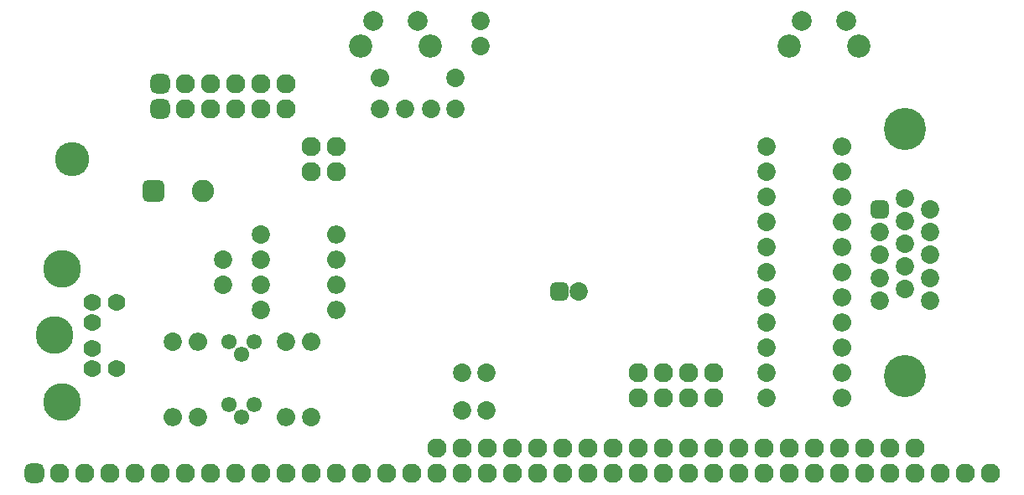
<source format=gbr>
%TF.GenerationSoftware,KiCad,Pcbnew,(7.0.0)*%
%TF.CreationDate,2024-06-02T18:05:15+02:00*%
%TF.ProjectId,rc-fabgl,72632d66-6162-4676-9c2e-6b696361645f,rev?*%
%TF.SameCoordinates,PX9157080PY9071968*%
%TF.FileFunction,Soldermask,Bot*%
%TF.FilePolarity,Negative*%
%FSLAX46Y46*%
G04 Gerber Fmt 4.6, Leading zero omitted, Abs format (unit mm)*
G04 Created by KiCad (PCBNEW (7.0.0)) date 2024-06-02 18:05:15*
%MOMM*%
%LPD*%
G01*
G04 APERTURE LIST*
G04 Aperture macros list*
%AMRoundRect*
0 Rectangle with rounded corners*
0 $1 Rounding radius*
0 $2 $3 $4 $5 $6 $7 $8 $9 X,Y pos of 4 corners*
0 Add a 4 corners polygon primitive as box body*
4,1,4,$2,$3,$4,$5,$6,$7,$8,$9,$2,$3,0*
0 Add four circle primitives for the rounded corners*
1,1,$1+$1,$2,$3*
1,1,$1+$1,$4,$5*
1,1,$1+$1,$6,$7*
1,1,$1+$1,$8,$9*
0 Add four rect primitives between the rounded corners*
20,1,$1+$1,$2,$3,$4,$5,0*
20,1,$1+$1,$4,$5,$6,$7,0*
20,1,$1+$1,$6,$7,$8,$9,0*
20,1,$1+$1,$8,$9,$2,$3,0*%
G04 Aperture macros list end*
%ADD10C,3.808999*%
%ADD11C,1.763000*%
%ADD12O,1.854000X1.854000*%
%ADD13C,1.854000*%
%ADD14O,1.954000X1.954000*%
%ADD15RoundRect,0.552000X0.425000X-0.425000X0.425000X0.425000X-0.425000X0.425000X-0.425000X-0.425000X0*%
%ADD16C,4.254000*%
%ADD17RoundRect,0.527000X0.400000X-0.400000X0.400000X0.400000X-0.400000X0.400000X-0.400000X-0.400000X0*%
%ADD18C,1.554000*%
%ADD19C,1.954000*%
%ADD20RoundRect,0.527000X-0.400000X-0.400000X0.400000X-0.400000X0.400000X0.400000X-0.400000X0.400000X0*%
%ADD21C,2.254000*%
%ADD22RoundRect,0.627000X-0.500000X-0.500000X0.500000X-0.500000X0.500000X0.500000X-0.500000X0.500000X0*%
%ADD23C,2.354000*%
%ADD24C,2.004000*%
%ADD25C,3.454000*%
G04 APERTURE END LIST*
D10*
%TO.C,J4*%
X4112000Y22330200D03*
X4112000Y8810200D03*
X3302000Y15570200D03*
D11*
X9602000Y12220200D03*
X9602000Y18920200D03*
X7112000Y12220200D03*
X7112000Y18920200D03*
X7112000Y14270200D03*
X7112000Y16870200D03*
%TD*%
D12*
%TO.C,R3*%
X31749999Y23190199D03*
D13*
X24130000Y23190200D03*
%TD*%
%TO.C,C7*%
X20320000Y23190200D03*
X20320000Y20690200D03*
%TD*%
D14*
%TO.C,J3*%
X26669999Y40970199D03*
X26669999Y38430199D03*
X24129999Y40970199D03*
X24129999Y38430199D03*
X21589999Y40970199D03*
X21589999Y38430199D03*
X19049999Y40970199D03*
X19049999Y38430199D03*
X16509999Y40970199D03*
X16509999Y38430199D03*
D15*
X13970000Y40970200D03*
X13970000Y38430200D03*
%TD*%
D16*
%TO.C,J5*%
X89177500Y36455200D03*
X89177500Y11455200D03*
D13*
X91757500Y19110200D03*
X91757500Y21400200D03*
X91757500Y23690200D03*
X91757500Y25980200D03*
X91757500Y28270200D03*
X89217500Y20255200D03*
X89217500Y22545200D03*
X89217500Y24835200D03*
X89217500Y27125200D03*
X89217500Y29415200D03*
X86677500Y19110200D03*
X86677500Y21400200D03*
X86677500Y23690200D03*
X86677500Y25980200D03*
D17*
X86677500Y28270200D03*
%TD*%
D12*
%TO.C,R14*%
X82867499Y9220199D03*
D13*
X75247500Y9220200D03*
%TD*%
D12*
%TO.C,R13*%
X82867499Y11760199D03*
D13*
X75247500Y11760200D03*
%TD*%
D12*
%TO.C,R20*%
X82867499Y14300199D03*
D13*
X75247500Y14300200D03*
%TD*%
D12*
%TO.C,R17*%
X82867499Y16840199D03*
D13*
X75247500Y16840200D03*
%TD*%
D12*
%TO.C,R12*%
X82867499Y19380199D03*
D13*
X75247500Y19380200D03*
%TD*%
D12*
%TO.C,R19*%
X82867499Y21920199D03*
D13*
X75247500Y21920200D03*
%TD*%
D12*
%TO.C,R16*%
X82867499Y24460199D03*
D13*
X75247500Y24460200D03*
%TD*%
D12*
%TO.C,R11*%
X82867499Y27000199D03*
D13*
X75247500Y27000200D03*
%TD*%
D12*
%TO.C,R18*%
X82867499Y29540199D03*
D13*
X75247500Y29540200D03*
%TD*%
D12*
%TO.C,R15*%
X82867499Y32080199D03*
D13*
X75247500Y32080200D03*
%TD*%
D12*
%TO.C,R10*%
X82867499Y34620199D03*
D13*
X75247500Y34620200D03*
%TD*%
D12*
%TO.C,R7*%
X17779999Y14935199D03*
D13*
X17780000Y7315200D03*
%TD*%
D12*
%TO.C,R6*%
X15239999Y7315199D03*
D13*
X15240000Y14935200D03*
%TD*%
D12*
%TO.C,R9*%
X29209999Y14935199D03*
D13*
X29210000Y7315200D03*
%TD*%
D12*
%TO.C,R8*%
X26669999Y7315199D03*
D13*
X26670000Y14935200D03*
%TD*%
D12*
%TO.C,R2*%
X31749999Y25730199D03*
D13*
X24130000Y25730200D03*
%TD*%
D12*
%TO.C,R4*%
X31749999Y20650199D03*
D13*
X24130000Y20650200D03*
%TD*%
D12*
%TO.C,R5*%
X31749999Y18110199D03*
D13*
X24130000Y18110200D03*
%TD*%
D12*
%TO.C,R1*%
X36194999Y41605199D03*
D13*
X43815000Y41605200D03*
%TD*%
D18*
%TO.C,Q1*%
X23495000Y14935200D03*
X20955000Y14935200D03*
X22225000Y13665200D03*
%TD*%
%TO.C,Q2*%
X23495000Y8585200D03*
X20955000Y8585200D03*
X22225000Y7315200D03*
%TD*%
D14*
%TO.C,JP6*%
X69849999Y9220199D03*
D19*
X69850000Y11760200D03*
%TD*%
D14*
%TO.C,JP5*%
X67309999Y9220199D03*
D19*
X67310000Y11760200D03*
%TD*%
D14*
%TO.C,JP4*%
X64769999Y9220199D03*
D19*
X64770000Y11760200D03*
%TD*%
D14*
%TO.C,JP3*%
X62229999Y9220199D03*
D19*
X62230000Y11760200D03*
%TD*%
D14*
%TO.C,JP2*%
X31749999Y32080199D03*
D19*
X31750000Y34620200D03*
%TD*%
D13*
%TO.C,C6*%
X41315000Y38430200D03*
X43815000Y38430200D03*
%TD*%
%TO.C,C4*%
X46355000Y44820200D03*
X46355000Y47320200D03*
%TD*%
D20*
%TO.C,C3*%
X54292500Y20015200D03*
D13*
X56292500Y20015200D03*
%TD*%
%TO.C,C1*%
X44450000Y7950200D03*
X46950000Y7950200D03*
%TD*%
D21*
%TO.C,BZ1*%
X18335000Y30175200D03*
D22*
X13335000Y30175200D03*
%TD*%
D23*
%TO.C,SW2*%
X77490000Y44830200D03*
D24*
X78740000Y47320200D03*
X83240000Y47320200D03*
D23*
X84500000Y44830200D03*
%TD*%
%TO.C,SW1*%
X41265000Y44830200D03*
D24*
X40005000Y47320200D03*
X35505000Y47320200D03*
D23*
X34255000Y44830200D03*
%TD*%
D14*
%TO.C,JP1*%
X29209999Y32080199D03*
D19*
X29210000Y34620200D03*
%TD*%
D14*
%TO.C,J2*%
X90169999Y4140199D03*
X87629999Y4140199D03*
X85089999Y4140199D03*
X82549999Y4140199D03*
X80009999Y4140199D03*
X77469999Y4140199D03*
X74929999Y4140199D03*
X72389999Y4140199D03*
X69849999Y4140199D03*
X67309999Y4140199D03*
X64769999Y4140199D03*
X62229999Y4140199D03*
X59689999Y4140199D03*
X57149999Y4140199D03*
X54609999Y4140199D03*
X52069999Y4140199D03*
X49529999Y4140199D03*
X46989999Y4140199D03*
X44449999Y4140199D03*
D19*
X41910000Y4140200D03*
%TD*%
D13*
%TO.C,C5*%
X38695000Y38430200D03*
X36195000Y38430200D03*
%TD*%
%TO.C,C2*%
X44470001Y11760200D03*
X46970001Y11760200D03*
%TD*%
D14*
%TO.C,J1*%
X97789999Y1600199D03*
X95249999Y1600199D03*
X92709999Y1600199D03*
X90169999Y1600199D03*
X87629999Y1600199D03*
X85089999Y1600199D03*
X82549999Y1600199D03*
X80009999Y1600199D03*
X77469999Y1600199D03*
X74929999Y1600199D03*
X72389999Y1600199D03*
X69849999Y1600199D03*
X67309999Y1600199D03*
X64769999Y1600199D03*
X62229999Y1600199D03*
X59689999Y1600199D03*
X57149999Y1600199D03*
X54609999Y1600199D03*
X52069999Y1600199D03*
X49529999Y1600199D03*
X46989999Y1600199D03*
X44449999Y1600199D03*
X41909999Y1600199D03*
X39369999Y1600199D03*
X36829999Y1600199D03*
X34289999Y1600199D03*
X31749999Y1600199D03*
X29209999Y1600199D03*
X26669999Y1600199D03*
X24129999Y1600199D03*
X21589999Y1600199D03*
X19049999Y1600199D03*
X16509999Y1600199D03*
X13969999Y1600199D03*
X11429999Y1600199D03*
X8889999Y1600199D03*
X6349999Y1600199D03*
X3809999Y1600199D03*
D15*
X1270000Y1600200D03*
%TD*%
D25*
%TO.C,*%
X5080000Y33350200D03*
%TD*%
M02*

</source>
